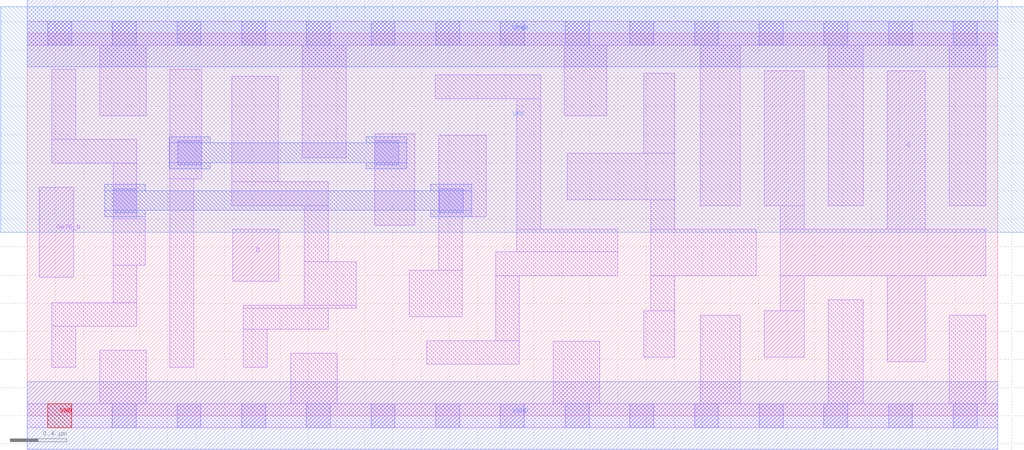
<source format=lef>
# Copyright 2020 The SkyWater PDK Authors
#
# Licensed under the Apache License, Version 2.0 (the "License");
# you may not use this file except in compliance with the License.
# You may obtain a copy of the License at
#
#     https://www.apache.org/licenses/LICENSE-2.0
#
# Unless required by applicable law or agreed to in writing, software
# distributed under the License is distributed on an "AS IS" BASIS,
# WITHOUT WARRANTIES OR CONDITIONS OF ANY KIND, either express or implied.
# See the License for the specific language governing permissions and
# limitations under the License.
#
# SPDX-License-Identifier: Apache-2.0

VERSION 5.7 ;
  NOWIREEXTENSIONATPIN ON ;
  DIVIDERCHAR "/" ;
  BUSBITCHARS "[]" ;
MACRO sky130_fd_sc_hd__dlxtn_4
  CLASS CORE ;
  FOREIGN sky130_fd_sc_hd__dlxtn_4 ;
  ORIGIN  0.000000  0.000000 ;
  SIZE  6.900000 BY  2.720000 ;
  SYMMETRY X Y R90 ;
  SITE unithd ;
  PIN D
    ANTENNAGATEAREA  0.159000 ;
    DIRECTION INPUT ;
    USE SIGNAL ;
    PORT
      LAYER li1 ;
        RECT 1.460000 0.955000 1.790000 1.325000 ;
    END
  END D
  PIN Q
    ANTENNADIFFAREA  0.924000 ;
    DIRECTION OUTPUT ;
    USE SIGNAL ;
    PORT
      LAYER li1 ;
        RECT 5.240000 0.415000 5.525000 0.745000 ;
        RECT 5.240000 1.495000 5.525000 2.455000 ;
        RECT 5.355000 0.745000 5.525000 0.995000 ;
        RECT 5.355000 0.995000 6.815000 1.325000 ;
        RECT 5.355000 1.325000 5.525000 1.495000 ;
        RECT 6.115000 0.385000 6.385000 0.995000 ;
        RECT 6.115000 1.325000 6.385000 2.455000 ;
    END
  END Q
  PIN GATE_N
    ANTENNAGATEAREA  0.159000 ;
    DIRECTION INPUT ;
    USE CLOCK ;
    PORT
      LAYER li1 ;
        RECT 0.085000 0.985000 0.330000 1.625000 ;
    END
  END GATE_N
  PIN VGND
    DIRECTION INOUT ;
    SHAPE ABUTMENT ;
    USE GROUND ;
    PORT
      LAYER met1 ;
        RECT 0.000000 -0.240000 6.900000 0.240000 ;
    END
  END VGND
  PIN VNB
    DIRECTION INOUT ;
    USE GROUND ;
    PORT
      LAYER pwell ;
        RECT 0.145000 -0.085000 0.315000 0.085000 ;
    END
  END VNB
  PIN VPB
    DIRECTION INOUT ;
    USE POWER ;
    PORT
      LAYER nwell ;
        RECT -0.190000 1.305000 7.090000 2.910000 ;
    END
  END VPB
  PIN VPWR
    DIRECTION INOUT ;
    SHAPE ABUTMENT ;
    USE POWER ;
    PORT
      LAYER met1 ;
        RECT 0.000000 2.480000 6.900000 2.960000 ;
    END
  END VPWR
  OBS
    LAYER li1 ;
      RECT 0.000000 -0.085000 6.900000 0.085000 ;
      RECT 0.000000  2.635000 6.900000 2.805000 ;
      RECT 0.175000  0.345000 0.345000 0.635000 ;
      RECT 0.175000  0.635000 0.780000 0.805000 ;
      RECT 0.175000  1.795000 0.780000 1.965000 ;
      RECT 0.175000  1.965000 0.345000 2.465000 ;
      RECT 0.515000  0.085000 0.845000 0.465000 ;
      RECT 0.515000  2.135000 0.845000 2.635000 ;
      RECT 0.610000  0.805000 0.780000 1.070000 ;
      RECT 0.610000  1.070000 0.840000 1.400000 ;
      RECT 0.610000  1.400000 0.780000 1.795000 ;
      RECT 1.015000  0.345000 1.185000 1.685000 ;
      RECT 1.015000  1.685000 1.240000 2.465000 ;
      RECT 1.455000  1.495000 2.140000 1.665000 ;
      RECT 1.455000  1.665000 1.785000 2.415000 ;
      RECT 1.535000  0.345000 1.705000 0.615000 ;
      RECT 1.535000  0.615000 2.140000 0.765000 ;
      RECT 1.535000  0.765000 2.340000 0.785000 ;
      RECT 1.875000  0.085000 2.205000 0.445000 ;
      RECT 1.955000  1.835000 2.270000 2.635000 ;
      RECT 1.970000  0.785000 2.340000 1.095000 ;
      RECT 1.970000  1.095000 2.140000 1.495000 ;
      RECT 2.470000  1.355000 2.755000 2.005000 ;
      RECT 2.715000  0.705000 3.095000 1.035000 ;
      RECT 2.840000  0.365000 3.500000 0.535000 ;
      RECT 2.900000  2.255000 3.650000 2.425000 ;
      RECT 2.925000  1.035000 3.095000 1.415000 ;
      RECT 2.925000  1.415000 3.265000 1.995000 ;
      RECT 3.330000  0.535000 3.500000 0.995000 ;
      RECT 3.330000  0.995000 4.200000 1.165000 ;
      RECT 3.480000  1.165000 4.200000 1.325000 ;
      RECT 3.480000  1.325000 3.650000 2.255000 ;
      RECT 3.740000  0.085000 4.070000 0.530000 ;
      RECT 3.820000  2.135000 4.120000 2.635000 ;
      RECT 3.840000  1.535000 4.605000 1.865000 ;
      RECT 4.385000  0.415000 4.605000 0.745000 ;
      RECT 4.385000  1.865000 4.605000 2.435000 ;
      RECT 4.435000  0.745000 4.605000 0.995000 ;
      RECT 4.435000  0.995000 5.185000 1.325000 ;
      RECT 4.435000  1.325000 4.605000 1.535000 ;
      RECT 4.785000  0.085000 5.070000 0.715000 ;
      RECT 4.785000  1.495000 5.070000 2.635000 ;
      RECT 5.695000  0.085000 5.945000 0.825000 ;
      RECT 5.695000  1.495000 5.945000 2.635000 ;
      RECT 6.555000  0.085000 6.815000 0.715000 ;
      RECT 6.555000  1.495000 6.815000 2.635000 ;
    LAYER mcon ;
      RECT 0.145000 -0.085000 0.315000 0.085000 ;
      RECT 0.145000  2.635000 0.315000 2.805000 ;
      RECT 0.605000 -0.085000 0.775000 0.085000 ;
      RECT 0.605000  2.635000 0.775000 2.805000 ;
      RECT 0.610000  1.445000 0.780000 1.615000 ;
      RECT 1.065000 -0.085000 1.235000 0.085000 ;
      RECT 1.065000  2.635000 1.235000 2.805000 ;
      RECT 1.070000  1.785000 1.240000 1.955000 ;
      RECT 1.525000 -0.085000 1.695000 0.085000 ;
      RECT 1.525000  2.635000 1.695000 2.805000 ;
      RECT 1.985000 -0.085000 2.155000 0.085000 ;
      RECT 1.985000  2.635000 2.155000 2.805000 ;
      RECT 2.445000 -0.085000 2.615000 0.085000 ;
      RECT 2.445000  2.635000 2.615000 2.805000 ;
      RECT 2.470000  1.785000 2.640000 1.955000 ;
      RECT 2.905000 -0.085000 3.075000 0.085000 ;
      RECT 2.905000  2.635000 3.075000 2.805000 ;
      RECT 2.930000  1.445000 3.100000 1.615000 ;
      RECT 3.365000 -0.085000 3.535000 0.085000 ;
      RECT 3.365000  2.635000 3.535000 2.805000 ;
      RECT 3.825000 -0.085000 3.995000 0.085000 ;
      RECT 3.825000  2.635000 3.995000 2.805000 ;
      RECT 4.285000 -0.085000 4.455000 0.085000 ;
      RECT 4.285000  2.635000 4.455000 2.805000 ;
      RECT 4.745000 -0.085000 4.915000 0.085000 ;
      RECT 4.745000  2.635000 4.915000 2.805000 ;
      RECT 5.205000 -0.085000 5.375000 0.085000 ;
      RECT 5.205000  2.635000 5.375000 2.805000 ;
      RECT 5.665000 -0.085000 5.835000 0.085000 ;
      RECT 5.665000  2.635000 5.835000 2.805000 ;
      RECT 6.125000 -0.085000 6.295000 0.085000 ;
      RECT 6.125000  2.635000 6.295000 2.805000 ;
      RECT 6.585000 -0.085000 6.755000 0.085000 ;
      RECT 6.585000  2.635000 6.755000 2.805000 ;
    LAYER met1 ;
      RECT 0.550000 1.415000 0.840000 1.460000 ;
      RECT 0.550000 1.460000 3.160000 1.600000 ;
      RECT 0.550000 1.600000 0.840000 1.645000 ;
      RECT 1.010000 1.755000 1.300000 1.800000 ;
      RECT 1.010000 1.800000 2.700000 1.940000 ;
      RECT 1.010000 1.940000 1.300000 1.985000 ;
      RECT 2.410000 1.755000 2.700000 1.800000 ;
      RECT 2.410000 1.940000 2.700000 1.985000 ;
      RECT 2.870000 1.415000 3.160000 1.460000 ;
      RECT 2.870000 1.600000 3.160000 1.645000 ;
  END
END sky130_fd_sc_hd__dlxtn_4
END LIBRARY

</source>
